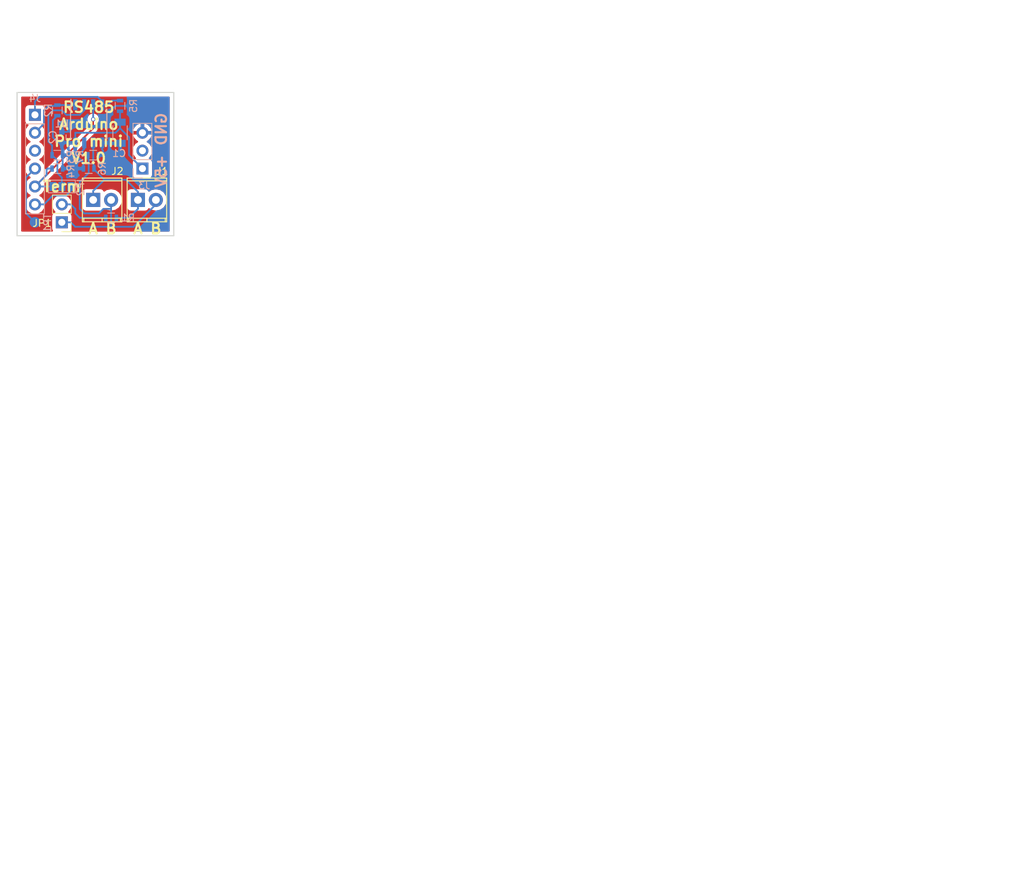
<source format=kicad_pcb>
(kicad_pcb (version 4) (host pcbnew 4.0.6)

  (general
    (links 32)
    (no_connects 0)
    (area 130.734999 84.379999 153.110001 104.850001)
    (thickness 1.6)
    (drawings 18)
    (tracks 156)
    (zones 0)
    (modules 17)
    (nets 14)
  )

  (page A4)
  (layers
    (0 F.Cu signal hide)
    (31 B.Cu signal)
    (32 B.Adhes user)
    (33 F.Adhes user)
    (34 B.Paste user)
    (35 F.Paste user)
    (36 B.SilkS user)
    (37 F.SilkS user)
    (38 B.Mask user)
    (39 F.Mask user)
    (40 Dwgs.User user)
    (41 Cmts.User user)
    (42 Eco1.User user)
    (43 Eco2.User user)
    (44 Edge.Cuts user)
    (45 Margin user)
    (46 B.CrtYd user)
    (47 F.CrtYd user)
    (48 B.Fab user)
    (49 F.Fab user)
  )

  (setup
    (last_trace_width 0.25)
    (trace_clearance 0.2)
    (zone_clearance 0.508)
    (zone_45_only no)
    (trace_min 0.2)
    (segment_width 0.2)
    (edge_width 0.15)
    (via_size 0.6)
    (via_drill 0.4)
    (via_min_size 0.4)
    (via_min_drill 0.3)
    (uvia_size 0.3)
    (uvia_drill 0.1)
    (uvias_allowed no)
    (uvia_min_size 0.2)
    (uvia_min_drill 0.1)
    (pcb_text_width 0.3)
    (pcb_text_size 1.5 1.5)
    (mod_edge_width 0.15)
    (mod_text_size 1 1)
    (mod_text_width 0.15)
    (pad_size 1.524 1.524)
    (pad_drill 0.762)
    (pad_to_mask_clearance 0.2)
    (aux_axis_origin 130.81 104.775)
    (grid_origin 130.81 104.775)
    (visible_elements 7FFFFFFF)
    (pcbplotparams
      (layerselection 0x010fc_80000001)
      (usegerberextensions true)
      (excludeedgelayer true)
      (linewidth 0.100000)
      (plotframeref false)
      (viasonmask false)
      (mode 1)
      (useauxorigin false)
      (hpglpennumber 1)
      (hpglpenspeed 20)
      (hpglpendiameter 15)
      (hpglpenoverlay 2)
      (psnegative false)
      (psa4output false)
      (plotreference true)
      (plotvalue false)
      (plotinvisibletext false)
      (padsonsilk false)
      (subtractmaskfromsilk true)
      (outputformat 1)
      (mirror false)
      (drillshape 0)
      (scaleselection 1)
      (outputdirectory gerber/))
  )

  (net 0 "")
  (net 1 +5V)
  (net 2 GND)
  (net 3 "Net-(J1-Pad2)")
  (net 4 "Net-(J1-Pad1)")
  (net 5 "Net-(J3-Pad2)")
  (net 6 "Net-(J4-Pad1)")
  (net 7 "Net-(J4-Pad2)")
  (net 8 "Net-(JP1-Pad2)")
  (net 9 "Net-(JP2-Pad2)")
  (net 10 "Net-(J4-Pad5)")
  (net 11 "Net-(J4-Pad6)")
  (net 12 "Net-(J4-Pad4)")
  (net 13 "Net-(J4-Pad3)")

  (net_class Default "This is the default net class."
    (clearance 0.2)
    (trace_width 0.25)
    (via_dia 0.6)
    (via_drill 0.4)
    (uvia_dia 0.3)
    (uvia_drill 0.1)
    (add_net +5V)
    (add_net GND)
    (add_net "Net-(J1-Pad1)")
    (add_net "Net-(J1-Pad2)")
    (add_net "Net-(J3-Pad2)")
    (add_net "Net-(J4-Pad1)")
    (add_net "Net-(J4-Pad2)")
    (add_net "Net-(J4-Pad3)")
    (add_net "Net-(J4-Pad4)")
    (add_net "Net-(J4-Pad5)")
    (add_net "Net-(J4-Pad6)")
    (add_net "Net-(JP1-Pad2)")
    (add_net "Net-(JP2-Pad2)")
  )

  (module Pin_Headers:Pin_Header_Straight_1x06_Pitch2.54mm (layer B.Cu) (tedit 59650532) (tstamp 59A2CD2A)
    (at 133.35 87.63 180)
    (descr "Through hole straight pin header, 1x06, 2.54mm pitch, single row")
    (tags "Through hole pin header THT 1x06 2.54mm single row")
    (path /59A2D058)
    (fp_text reference J4 (at 0 2.33 180) (layer B.SilkS)
      (effects (font (size 1 1) (thickness 0.15)) (justify mirror))
    )
    (fp_text value CONN_01X06 (at 0 -15.03 180) (layer B.Fab)
      (effects (font (size 1 1) (thickness 0.15)) (justify mirror))
    )
    (fp_line (start -0.635 1.27) (end 1.27 1.27) (layer B.Fab) (width 0.1))
    (fp_line (start 1.27 1.27) (end 1.27 -13.97) (layer B.Fab) (width 0.1))
    (fp_line (start 1.27 -13.97) (end -1.27 -13.97) (layer B.Fab) (width 0.1))
    (fp_line (start -1.27 -13.97) (end -1.27 0.635) (layer B.Fab) (width 0.1))
    (fp_line (start -1.27 0.635) (end -0.635 1.27) (layer B.Fab) (width 0.1))
    (fp_line (start -1.33 -14.03) (end 1.33 -14.03) (layer B.SilkS) (width 0.12))
    (fp_line (start -1.33 -1.27) (end -1.33 -14.03) (layer B.SilkS) (width 0.12))
    (fp_line (start 1.33 -1.27) (end 1.33 -14.03) (layer B.SilkS) (width 0.12))
    (fp_line (start -1.33 -1.27) (end 1.33 -1.27) (layer B.SilkS) (width 0.12))
    (fp_line (start -1.33 0) (end -1.33 1.33) (layer B.SilkS) (width 0.12))
    (fp_line (start -1.33 1.33) (end 0 1.33) (layer B.SilkS) (width 0.12))
    (fp_line (start -1.8 1.8) (end -1.8 -14.5) (layer B.CrtYd) (width 0.05))
    (fp_line (start -1.8 -14.5) (end 1.8 -14.5) (layer B.CrtYd) (width 0.05))
    (fp_line (start 1.8 -14.5) (end 1.8 1.8) (layer B.CrtYd) (width 0.05))
    (fp_line (start 1.8 1.8) (end -1.8 1.8) (layer B.CrtYd) (width 0.05))
    (fp_text user %R (at 0 -6.35 450) (layer B.Fab)
      (effects (font (size 1 1) (thickness 0.15)) (justify mirror))
    )
    (pad 1 thru_hole rect (at 0 0 180) (size 1.7 1.7) (drill 1) (layers *.Cu *.Mask)
      (net 6 "Net-(J4-Pad1)"))
    (pad 2 thru_hole oval (at 0 -2.54 180) (size 1.7 1.7) (drill 1) (layers *.Cu *.Mask)
      (net 7 "Net-(J4-Pad2)"))
    (pad 3 thru_hole oval (at 0 -5.08 180) (size 1.7 1.7) (drill 1) (layers *.Cu *.Mask)
      (net 13 "Net-(J4-Pad3)"))
    (pad 4 thru_hole oval (at 0 -7.62 180) (size 1.7 1.7) (drill 1) (layers *.Cu *.Mask)
      (net 12 "Net-(J4-Pad4)"))
    (pad 5 thru_hole oval (at 0 -10.16 180) (size 1.7 1.7) (drill 1) (layers *.Cu *.Mask)
      (net 10 "Net-(J4-Pad5)"))
    (pad 6 thru_hole oval (at 0 -12.7 180) (size 1.7 1.7) (drill 1) (layers *.Cu *.Mask)
      (net 11 "Net-(J4-Pad6)"))
    (model ${KISYS3DMOD}/Pin_Headers.3dshapes/Pin_Header_Straight_1x06_Pitch2.54mm.wrl
      (at (xyz 0 0 0))
      (scale (xyz 1 1 1))
      (rotate (xyz 0 0 0))
    )
  )

  (module Connectors_Terminal_Blocks:TerminalBlock_Pheonix_MPT-2.54mm_2pol (layer F.Cu) (tedit 59A2D1B5) (tstamp 59A21886)
    (at 147.955 99.695)
    (descr "2-way 2.54mm pitch terminal block, Phoenix MPT series")
    (path /59A206B1)
    (fp_text reference J1 (at 3.429 -4.064) (layer F.SilkS)
      (effects (font (size 1 1) (thickness 0.15)))
    )
    (fp_text value Screw_Terminal_1x02 (at 1.27 4.50088) (layer F.Fab)
      (effects (font (size 1 1) (thickness 0.15)))
    )
    (fp_line (start -1.7 -3.3) (end 4.3 -3.3) (layer F.CrtYd) (width 0.05))
    (fp_line (start -1.7 3.3) (end -1.7 -3.3) (layer F.CrtYd) (width 0.05))
    (fp_line (start 4.3 3.3) (end -1.7 3.3) (layer F.CrtYd) (width 0.05))
    (fp_line (start 4.3 -3.3) (end 4.3 3.3) (layer F.CrtYd) (width 0.05))
    (fp_line (start 4.06908 2.60096) (end -1.52908 2.60096) (layer F.SilkS) (width 0.15))
    (fp_line (start -1.33096 3.0988) (end -1.33096 2.60096) (layer F.SilkS) (width 0.15))
    (fp_line (start 3.87096 2.60096) (end 3.87096 3.0988) (layer F.SilkS) (width 0.15))
    (fp_line (start 1.27 3.0988) (end 1.27 2.60096) (layer F.SilkS) (width 0.15))
    (fp_line (start -1.52908 -2.70002) (end 4.06908 -2.70002) (layer F.SilkS) (width 0.15))
    (fp_line (start -1.52908 3.0988) (end 4.06908 3.0988) (layer F.SilkS) (width 0.15))
    (fp_line (start 4.06908 3.0988) (end 4.06908 -3.0988) (layer F.SilkS) (width 0.15))
    (fp_line (start 4.06908 -3.0988) (end -1.52908 -3.0988) (layer F.SilkS) (width 0.15))
    (fp_line (start -1.52908 -3.0988) (end -1.52908 3.0988) (layer F.SilkS) (width 0.15))
    (pad 2 thru_hole oval (at 2.54 0) (size 1.99898 1.99898) (drill 1.09728) (layers *.Cu *.Mask)
      (net 3 "Net-(J1-Pad2)"))
    (pad 1 thru_hole rect (at 0 0) (size 1.99898 1.99898) (drill 1.09728) (layers *.Cu *.Mask)
      (net 4 "Net-(J1-Pad1)"))
    (model Terminal_Blocks.3dshapes/TerminalBlock_Pheonix_MPT-2.54mm_2pol.wrl
      (at (xyz 0.05 0 0))
      (scale (xyz 1 1 1))
      (rotate (xyz 0 0 0))
    )
  )

  (module Capacitors_SMD:C_1206 (layer B.Cu) (tedit 59A2D1BC) (tstamp 59A2187A)
    (at 145.415 90.17 270)
    (descr "Capacitor SMD 1206, reflow soldering, AVX (see smccp.pdf)")
    (tags "capacitor 1206")
    (path /59A21DBC)
    (attr smd)
    (fp_text reference C1 (at 2.921 0.127 360) (layer B.SilkS)
      (effects (font (size 1 1) (thickness 0.15)) (justify mirror))
    )
    (fp_text value 10u (at 0 -2 270) (layer B.Fab)
      (effects (font (size 1 1) (thickness 0.15)) (justify mirror))
    )
    (fp_text user %R (at 0 1.75 270) (layer B.Fab)
      (effects (font (size 1 1) (thickness 0.15)) (justify mirror))
    )
    (fp_line (start -1.6 -0.8) (end -1.6 0.8) (layer B.Fab) (width 0.1))
    (fp_line (start 1.6 -0.8) (end -1.6 -0.8) (layer B.Fab) (width 0.1))
    (fp_line (start 1.6 0.8) (end 1.6 -0.8) (layer B.Fab) (width 0.1))
    (fp_line (start -1.6 0.8) (end 1.6 0.8) (layer B.Fab) (width 0.1))
    (fp_line (start 1 1.02) (end -1 1.02) (layer B.SilkS) (width 0.12))
    (fp_line (start -1 -1.02) (end 1 -1.02) (layer B.SilkS) (width 0.12))
    (fp_line (start -2.25 1.05) (end 2.25 1.05) (layer B.CrtYd) (width 0.05))
    (fp_line (start -2.25 1.05) (end -2.25 -1.05) (layer B.CrtYd) (width 0.05))
    (fp_line (start 2.25 -1.05) (end 2.25 1.05) (layer B.CrtYd) (width 0.05))
    (fp_line (start 2.25 -1.05) (end -2.25 -1.05) (layer B.CrtYd) (width 0.05))
    (pad 1 smd rect (at -1.5 0 270) (size 1 1.6) (layers B.Cu B.Paste B.Mask)
      (net 1 +5V))
    (pad 2 smd rect (at 1.5 0 270) (size 1 1.6) (layers B.Cu B.Paste B.Mask)
      (net 2 GND))
    (model Capacitors_SMD.3dshapes/C_1206.wrl
      (at (xyz 0 0 0))
      (scale (xyz 1 1 1))
      (rotate (xyz 0 0 0))
    )
  )

  (module Capacitors_SMD:C_0603 (layer B.Cu) (tedit 59A2BE38) (tstamp 59A21880)
    (at 137.16 90.805 90)
    (descr "Capacitor SMD 0603, reflow soldering, AVX (see smccp.pdf)")
    (tags "capacitor 0603")
    (path /59A21F55)
    (attr smd)
    (fp_text reference C2 (at 0 -1.27 90) (layer B.SilkS)
      (effects (font (size 1 1) (thickness 0.15)) (justify mirror))
    )
    (fp_text value 100n (at 0 -1.5 90) (layer B.Fab)
      (effects (font (size 1 1) (thickness 0.15)) (justify mirror))
    )
    (fp_line (start 1.4 -0.65) (end -1.4 -0.65) (layer B.CrtYd) (width 0.05))
    (fp_line (start 1.4 -0.65) (end 1.4 0.65) (layer B.CrtYd) (width 0.05))
    (fp_line (start -1.4 0.65) (end -1.4 -0.65) (layer B.CrtYd) (width 0.05))
    (fp_line (start -1.4 0.65) (end 1.4 0.65) (layer B.CrtYd) (width 0.05))
    (fp_line (start 0.35 -0.6) (end -0.35 -0.6) (layer B.SilkS) (width 0.12))
    (fp_line (start -0.35 0.6) (end 0.35 0.6) (layer B.SilkS) (width 0.12))
    (fp_line (start -0.8 0.4) (end 0.8 0.4) (layer B.Fab) (width 0.1))
    (fp_line (start 0.8 0.4) (end 0.8 -0.4) (layer B.Fab) (width 0.1))
    (fp_line (start 0.8 -0.4) (end -0.8 -0.4) (layer B.Fab) (width 0.1))
    (fp_line (start -0.8 -0.4) (end -0.8 0.4) (layer B.Fab) (width 0.1))
    (fp_text user %R (at 0 0 90) (layer B.Fab)
      (effects (font (size 0.3 0.3) (thickness 0.075)) (justify mirror))
    )
    (pad 2 smd rect (at 0.75 0 90) (size 0.8 0.75) (layers B.Cu B.Paste B.Mask)
      (net 2 GND))
    (pad 1 smd rect (at -0.75 0 90) (size 0.8 0.75) (layers B.Cu B.Paste B.Mask)
      (net 1 +5V))
    (model Capacitors_SMD.3dshapes/C_0603.wrl
      (at (xyz 0 0 0))
      (scale (xyz 1 1 1))
      (rotate (xyz 0 0 0))
    )
  )

  (module Connectors_Terminal_Blocks:TerminalBlock_Pheonix_MPT-2.54mm_2pol (layer F.Cu) (tedit 59A2D1B7) (tstamp 59A2188C)
    (at 141.605 99.695)
    (descr "2-way 2.54mm pitch terminal block, Phoenix MPT series")
    (path /59A206E0)
    (fp_text reference J2 (at 3.429 -4.064) (layer F.SilkS)
      (effects (font (size 1 1) (thickness 0.15)))
    )
    (fp_text value Screw_Terminal_1x02 (at 1.27 4.50088) (layer F.Fab)
      (effects (font (size 1 1) (thickness 0.15)))
    )
    (fp_line (start -1.7 -3.3) (end 4.3 -3.3) (layer F.CrtYd) (width 0.05))
    (fp_line (start -1.7 3.3) (end -1.7 -3.3) (layer F.CrtYd) (width 0.05))
    (fp_line (start 4.3 3.3) (end -1.7 3.3) (layer F.CrtYd) (width 0.05))
    (fp_line (start 4.3 -3.3) (end 4.3 3.3) (layer F.CrtYd) (width 0.05))
    (fp_line (start 4.06908 2.60096) (end -1.52908 2.60096) (layer F.SilkS) (width 0.15))
    (fp_line (start -1.33096 3.0988) (end -1.33096 2.60096) (layer F.SilkS) (width 0.15))
    (fp_line (start 3.87096 2.60096) (end 3.87096 3.0988) (layer F.SilkS) (width 0.15))
    (fp_line (start 1.27 3.0988) (end 1.27 2.60096) (layer F.SilkS) (width 0.15))
    (fp_line (start -1.52908 -2.70002) (end 4.06908 -2.70002) (layer F.SilkS) (width 0.15))
    (fp_line (start -1.52908 3.0988) (end 4.06908 3.0988) (layer F.SilkS) (width 0.15))
    (fp_line (start 4.06908 3.0988) (end 4.06908 -3.0988) (layer F.SilkS) (width 0.15))
    (fp_line (start 4.06908 -3.0988) (end -1.52908 -3.0988) (layer F.SilkS) (width 0.15))
    (fp_line (start -1.52908 -3.0988) (end -1.52908 3.0988) (layer F.SilkS) (width 0.15))
    (pad 2 thru_hole oval (at 2.54 0) (size 1.99898 1.99898) (drill 1.09728) (layers *.Cu *.Mask)
      (net 3 "Net-(J1-Pad2)"))
    (pad 1 thru_hole rect (at 0 0) (size 1.99898 1.99898) (drill 1.09728) (layers *.Cu *.Mask)
      (net 4 "Net-(J1-Pad1)"))
    (model Terminal_Blocks.3dshapes/TerminalBlock_Pheonix_MPT-2.54mm_2pol.wrl
      (at (xyz 0.05 0 0))
      (scale (xyz 1 1 1))
      (rotate (xyz 0 0 0))
    )
  )

  (module Pin_Headers:Pin_Header_Straight_1x03_Pitch2.54mm (layer B.Cu) (tedit 59A2D1C9) (tstamp 59A21893)
    (at 148.59 95.25)
    (descr "Through hole straight pin header, 1x03, 2.54mm pitch, single row")
    (tags "Through hole pin header THT 1x03 2.54mm single row")
    (path /59A224DF)
    (fp_text reference J3 (at 0.254 2.413) (layer B.SilkS)
      (effects (font (size 1 1) (thickness 0.15)) (justify mirror))
    )
    (fp_text value CONN_01X03 (at 0 -7.41) (layer B.Fab)
      (effects (font (size 1 1) (thickness 0.15)) (justify mirror))
    )
    (fp_line (start -0.635 1.27) (end 1.27 1.27) (layer B.Fab) (width 0.1))
    (fp_line (start 1.27 1.27) (end 1.27 -6.35) (layer B.Fab) (width 0.1))
    (fp_line (start 1.27 -6.35) (end -1.27 -6.35) (layer B.Fab) (width 0.1))
    (fp_line (start -1.27 -6.35) (end -1.27 0.635) (layer B.Fab) (width 0.1))
    (fp_line (start -1.27 0.635) (end -0.635 1.27) (layer B.Fab) (width 0.1))
    (fp_line (start -1.33 -6.41) (end 1.33 -6.41) (layer B.SilkS) (width 0.12))
    (fp_line (start -1.33 -1.27) (end -1.33 -6.41) (layer B.SilkS) (width 0.12))
    (fp_line (start 1.33 -1.27) (end 1.33 -6.41) (layer B.SilkS) (width 0.12))
    (fp_line (start -1.33 -1.27) (end 1.33 -1.27) (layer B.SilkS) (width 0.12))
    (fp_line (start -1.33 0) (end -1.33 1.33) (layer B.SilkS) (width 0.12))
    (fp_line (start -1.33 1.33) (end 0 1.33) (layer B.SilkS) (width 0.12))
    (fp_line (start -1.8 1.8) (end -1.8 -6.85) (layer B.CrtYd) (width 0.05))
    (fp_line (start -1.8 -6.85) (end 1.8 -6.85) (layer B.CrtYd) (width 0.05))
    (fp_line (start 1.8 -6.85) (end 1.8 1.8) (layer B.CrtYd) (width 0.05))
    (fp_line (start 1.8 1.8) (end -1.8 1.8) (layer B.CrtYd) (width 0.05))
    (fp_text user %R (at 0 -2.54 270) (layer B.Fab)
      (effects (font (size 1 1) (thickness 0.15)) (justify mirror))
    )
    (pad 1 thru_hole rect (at 0 0) (size 1.7 1.7) (drill 1) (layers *.Cu *.Mask)
      (net 1 +5V))
    (pad 2 thru_hole oval (at 0 -2.54) (size 1.7 1.7) (drill 1) (layers *.Cu *.Mask)
      (net 5 "Net-(J3-Pad2)"))
    (pad 3 thru_hole oval (at 0 -5.08) (size 1.7 1.7) (drill 1) (layers *.Cu *.Mask)
      (net 2 GND))
    (model ${KISYS3DMOD}/Pin_Headers.3dshapes/Pin_Header_Straight_1x03_Pitch2.54mm.wrl
      (at (xyz 0 0 0))
      (scale (xyz 1 1 1))
      (rotate (xyz 0 0 0))
    )
  )

  (module Pin_Headers:Pin_Header_Straight_1x02_Pitch2.54mm (layer F.Cu) (tedit 59A2D541) (tstamp 59A218A4)
    (at 137.16 102.87 180)
    (descr "Through hole straight pin header, 1x02, 2.54mm pitch, single row")
    (tags "Through hole pin header THT 1x02 2.54mm single row")
    (path /59A20713)
    (fp_text reference JP1 (at 2.794 -0.127 180) (layer F.SilkS)
      (effects (font (size 1 1) (thickness 0.15)))
    )
    (fp_text value Jumper (at 0 4.87 180) (layer F.Fab)
      (effects (font (size 1 1) (thickness 0.15)))
    )
    (fp_line (start -0.635 -1.27) (end 1.27 -1.27) (layer F.Fab) (width 0.1))
    (fp_line (start 1.27 -1.27) (end 1.27 3.81) (layer F.Fab) (width 0.1))
    (fp_line (start 1.27 3.81) (end -1.27 3.81) (layer F.Fab) (width 0.1))
    (fp_line (start -1.27 3.81) (end -1.27 -0.635) (layer F.Fab) (width 0.1))
    (fp_line (start -1.27 -0.635) (end -0.635 -1.27) (layer F.Fab) (width 0.1))
    (fp_line (start -1.33 3.87) (end 1.33 3.87) (layer F.SilkS) (width 0.12))
    (fp_line (start -1.33 1.27) (end -1.33 3.87) (layer F.SilkS) (width 0.12))
    (fp_line (start 1.33 1.27) (end 1.33 3.87) (layer F.SilkS) (width 0.12))
    (fp_line (start -1.33 1.27) (end 1.33 1.27) (layer F.SilkS) (width 0.12))
    (fp_line (start -1.33 0) (end -1.33 -1.33) (layer F.SilkS) (width 0.12))
    (fp_line (start -1.33 -1.33) (end 0 -1.33) (layer F.SilkS) (width 0.12))
    (fp_line (start -1.8 -1.8) (end -1.8 4.35) (layer F.CrtYd) (width 0.05))
    (fp_line (start -1.8 4.35) (end 1.8 4.35) (layer F.CrtYd) (width 0.05))
    (fp_line (start 1.8 4.35) (end 1.8 -1.8) (layer F.CrtYd) (width 0.05))
    (fp_line (start 1.8 -1.8) (end -1.8 -1.8) (layer F.CrtYd) (width 0.05))
    (fp_text user %R (at 0 1.27 270) (layer F.Fab)
      (effects (font (size 1 1) (thickness 0.15)))
    )
    (pad 1 thru_hole rect (at 0 0 180) (size 1.7 1.7) (drill 1) (layers *.Cu *.Mask)
      (net 3 "Net-(J1-Pad2)"))
    (pad 2 thru_hole oval (at 0 2.54 180) (size 1.7 1.7) (drill 1) (layers *.Cu *.Mask)
      (net 8 "Net-(JP1-Pad2)"))
    (model ${KISYS3DMOD}/Pin_Headers.3dshapes/Pin_Header_Straight_1x02_Pitch2.54mm.wrl
      (at (xyz 0 0 0))
      (scale (xyz 1 1 1))
      (rotate (xyz 0 0 0))
    )
  )

  (module Resistors_SMD:R_0603 (layer B.Cu) (tedit 59A2F25B) (tstamp 59A218AA)
    (at 144.145 102.235 180)
    (descr "Resistor SMD 0603, reflow soldering, Vishay (see dcrcw.pdf)")
    (tags "resistor 0603")
    (path /59A207B4)
    (attr smd)
    (fp_text reference R1 (at -2.413 0 180) (layer B.SilkS)
      (effects (font (size 1 1) (thickness 0.15)) (justify mirror))
    )
    (fp_text value 120R (at 0 -1.5 180) (layer B.Fab)
      (effects (font (size 1 1) (thickness 0.15)) (justify mirror))
    )
    (fp_text user %R (at 0 0 180) (layer B.Fab)
      (effects (font (size 0.4 0.4) (thickness 0.075)) (justify mirror))
    )
    (fp_line (start -0.8 -0.4) (end -0.8 0.4) (layer B.Fab) (width 0.1))
    (fp_line (start 0.8 -0.4) (end -0.8 -0.4) (layer B.Fab) (width 0.1))
    (fp_line (start 0.8 0.4) (end 0.8 -0.4) (layer B.Fab) (width 0.1))
    (fp_line (start -0.8 0.4) (end 0.8 0.4) (layer B.Fab) (width 0.1))
    (fp_line (start 0.5 -0.68) (end -0.5 -0.68) (layer B.SilkS) (width 0.12))
    (fp_line (start -0.5 0.68) (end 0.5 0.68) (layer B.SilkS) (width 0.12))
    (fp_line (start -1.25 0.7) (end 1.25 0.7) (layer B.CrtYd) (width 0.05))
    (fp_line (start -1.25 0.7) (end -1.25 -0.7) (layer B.CrtYd) (width 0.05))
    (fp_line (start 1.25 -0.7) (end 1.25 0.7) (layer B.CrtYd) (width 0.05))
    (fp_line (start 1.25 -0.7) (end -1.25 -0.7) (layer B.CrtYd) (width 0.05))
    (pad 1 smd rect (at -0.75 0 180) (size 0.5 0.9) (layers B.Cu B.Paste B.Mask)
      (net 4 "Net-(J1-Pad1)"))
    (pad 2 smd rect (at 0.75 0 180) (size 0.5 0.9) (layers B.Cu B.Paste B.Mask)
      (net 8 "Net-(JP1-Pad2)"))
    (model ${KISYS3DMOD}/Resistors_SMD.3dshapes/R_0603.wrl
      (at (xyz 0 0 0))
      (scale (xyz 1 1 1))
      (rotate (xyz 0 0 0))
    )
  )

  (module Resistors_SMD:R_0603 (layer B.Cu) (tedit 59A2DEEF) (tstamp 59A218B0)
    (at 136.525 86.995 270)
    (descr "Resistor SMD 0603, reflow soldering, Vishay (see dcrcw.pdf)")
    (tags "resistor 0603")
    (path /59A20C06)
    (attr smd)
    (fp_text reference R2 (at 0 1.27 450) (layer B.SilkS)
      (effects (font (size 1 1) (thickness 0.15)) (justify mirror))
    )
    (fp_text value 10k0 (at 0 -1.5 270) (layer B.Fab)
      (effects (font (size 1 1) (thickness 0.15)) (justify mirror))
    )
    (fp_text user %R (at 0 0 270) (layer B.Fab)
      (effects (font (size 0.4 0.4) (thickness 0.075)) (justify mirror))
    )
    (fp_line (start -0.8 -0.4) (end -0.8 0.4) (layer B.Fab) (width 0.1))
    (fp_line (start 0.8 -0.4) (end -0.8 -0.4) (layer B.Fab) (width 0.1))
    (fp_line (start 0.8 0.4) (end 0.8 -0.4) (layer B.Fab) (width 0.1))
    (fp_line (start -0.8 0.4) (end 0.8 0.4) (layer B.Fab) (width 0.1))
    (fp_line (start 0.5 -0.68) (end -0.5 -0.68) (layer B.SilkS) (width 0.12))
    (fp_line (start -0.5 0.68) (end 0.5 0.68) (layer B.SilkS) (width 0.12))
    (fp_line (start -1.25 0.7) (end 1.25 0.7) (layer B.CrtYd) (width 0.05))
    (fp_line (start -1.25 0.7) (end -1.25 -0.7) (layer B.CrtYd) (width 0.05))
    (fp_line (start 1.25 -0.7) (end 1.25 0.7) (layer B.CrtYd) (width 0.05))
    (fp_line (start 1.25 -0.7) (end -1.25 -0.7) (layer B.CrtYd) (width 0.05))
    (pad 1 smd rect (at -0.75 0 270) (size 0.5 0.9) (layers B.Cu B.Paste B.Mask)
      (net 7 "Net-(J4-Pad2)"))
    (pad 2 smd rect (at 0.75 0 270) (size 0.5 0.9) (layers B.Cu B.Paste B.Mask)
      (net 1 +5V))
    (model ${KISYS3DMOD}/Resistors_SMD.3dshapes/R_0603.wrl
      (at (xyz 0 0 0))
      (scale (xyz 1 1 1))
      (rotate (xyz 0 0 0))
    )
  )

  (module Resistors_SMD:R_0603 (layer B.Cu) (tedit 59A2D1A1) (tstamp 59A218B6)
    (at 136.525 93.345)
    (descr "Resistor SMD 0603, reflow soldering, Vishay (see dcrcw.pdf)")
    (tags "resistor 0603")
    (path /59A20CF7)
    (attr smd)
    (fp_text reference R3 (at 1.905 0.254 90) (layer B.SilkS)
      (effects (font (size 1 1) (thickness 0.15)) (justify mirror))
    )
    (fp_text value 10k0 (at 0 -1.5) (layer B.Fab)
      (effects (font (size 1 1) (thickness 0.15)) (justify mirror))
    )
    (fp_text user %R (at 0 0) (layer B.Fab)
      (effects (font (size 0.4 0.4) (thickness 0.075)) (justify mirror))
    )
    (fp_line (start -0.8 -0.4) (end -0.8 0.4) (layer B.Fab) (width 0.1))
    (fp_line (start 0.8 -0.4) (end -0.8 -0.4) (layer B.Fab) (width 0.1))
    (fp_line (start 0.8 0.4) (end 0.8 -0.4) (layer B.Fab) (width 0.1))
    (fp_line (start -0.8 0.4) (end 0.8 0.4) (layer B.Fab) (width 0.1))
    (fp_line (start 0.5 -0.68) (end -0.5 -0.68) (layer B.SilkS) (width 0.12))
    (fp_line (start -0.5 0.68) (end 0.5 0.68) (layer B.SilkS) (width 0.12))
    (fp_line (start -1.25 0.7) (end 1.25 0.7) (layer B.CrtYd) (width 0.05))
    (fp_line (start -1.25 0.7) (end -1.25 -0.7) (layer B.CrtYd) (width 0.05))
    (fp_line (start 1.25 -0.7) (end 1.25 0.7) (layer B.CrtYd) (width 0.05))
    (fp_line (start 1.25 -0.7) (end -1.25 -0.7) (layer B.CrtYd) (width 0.05))
    (pad 1 smd rect (at -0.75 0) (size 0.5 0.9) (layers B.Cu B.Paste B.Mask)
      (net 9 "Net-(JP2-Pad2)"))
    (pad 2 smd rect (at 0.75 0) (size 0.5 0.9) (layers B.Cu B.Paste B.Mask)
      (net 1 +5V))
    (model ${KISYS3DMOD}/Resistors_SMD.3dshapes/R_0603.wrl
      (at (xyz 0 0 0))
      (scale (xyz 1 1 1))
      (rotate (xyz 0 0 0))
    )
  )

  (module Resistors_SMD:R_0603 (layer B.Cu) (tedit 59A2D1A5) (tstamp 59A218BC)
    (at 136.525 95.25)
    (descr "Resistor SMD 0603, reflow soldering, Vishay (see dcrcw.pdf)")
    (tags "resistor 0603")
    (path /59A20D4E)
    (attr smd)
    (fp_text reference R4 (at 1.905 0.381 90) (layer B.SilkS)
      (effects (font (size 1 1) (thickness 0.15)) (justify mirror))
    )
    (fp_text value 10k0 (at 0 -1.5) (layer B.Fab)
      (effects (font (size 1 1) (thickness 0.15)) (justify mirror))
    )
    (fp_text user %R (at 0 0) (layer B.Fab)
      (effects (font (size 0.4 0.4) (thickness 0.075)) (justify mirror))
    )
    (fp_line (start -0.8 -0.4) (end -0.8 0.4) (layer B.Fab) (width 0.1))
    (fp_line (start 0.8 -0.4) (end -0.8 -0.4) (layer B.Fab) (width 0.1))
    (fp_line (start 0.8 0.4) (end 0.8 -0.4) (layer B.Fab) (width 0.1))
    (fp_line (start -0.8 0.4) (end 0.8 0.4) (layer B.Fab) (width 0.1))
    (fp_line (start 0.5 -0.68) (end -0.5 -0.68) (layer B.SilkS) (width 0.12))
    (fp_line (start -0.5 0.68) (end 0.5 0.68) (layer B.SilkS) (width 0.12))
    (fp_line (start -1.25 0.7) (end 1.25 0.7) (layer B.CrtYd) (width 0.05))
    (fp_line (start -1.25 0.7) (end -1.25 -0.7) (layer B.CrtYd) (width 0.05))
    (fp_line (start 1.25 -0.7) (end 1.25 0.7) (layer B.CrtYd) (width 0.05))
    (fp_line (start 1.25 -0.7) (end -1.25 -0.7) (layer B.CrtYd) (width 0.05))
    (pad 1 smd rect (at -0.75 0) (size 0.5 0.9) (layers B.Cu B.Paste B.Mask)
      (net 10 "Net-(J4-Pad5)"))
    (pad 2 smd rect (at 0.75 0) (size 0.5 0.9) (layers B.Cu B.Paste B.Mask)
      (net 1 +5V))
    (model ${KISYS3DMOD}/Resistors_SMD.3dshapes/R_0603.wrl
      (at (xyz 0 0 0))
      (scale (xyz 1 1 1))
      (rotate (xyz 0 0 0))
    )
  )

  (module Resistors_SMD:R_0603 (layer B.Cu) (tedit 59A2DF0C) (tstamp 59A218C2)
    (at 145.415 86.36 270)
    (descr "Resistor SMD 0603, reflow soldering, Vishay (see dcrcw.pdf)")
    (tags "resistor 0603")
    (path /59A20D54)
    (attr smd)
    (fp_text reference R5 (at 0 -1.905 450) (layer B.SilkS)
      (effects (font (size 1 1) (thickness 0.15)) (justify mirror))
    )
    (fp_text value 10k0 (at 0 -1.5 270) (layer B.Fab)
      (effects (font (size 1 1) (thickness 0.15)) (justify mirror))
    )
    (fp_text user %R (at 0 0 270) (layer B.Fab)
      (effects (font (size 0.4 0.4) (thickness 0.075)) (justify mirror))
    )
    (fp_line (start -0.8 -0.4) (end -0.8 0.4) (layer B.Fab) (width 0.1))
    (fp_line (start 0.8 -0.4) (end -0.8 -0.4) (layer B.Fab) (width 0.1))
    (fp_line (start 0.8 0.4) (end 0.8 -0.4) (layer B.Fab) (width 0.1))
    (fp_line (start -0.8 0.4) (end 0.8 0.4) (layer B.Fab) (width 0.1))
    (fp_line (start 0.5 -0.68) (end -0.5 -0.68) (layer B.SilkS) (width 0.12))
    (fp_line (start -0.5 0.68) (end 0.5 0.68) (layer B.SilkS) (width 0.12))
    (fp_line (start -1.25 0.7) (end 1.25 0.7) (layer B.CrtYd) (width 0.05))
    (fp_line (start -1.25 0.7) (end -1.25 -0.7) (layer B.CrtYd) (width 0.05))
    (fp_line (start 1.25 -0.7) (end 1.25 0.7) (layer B.CrtYd) (width 0.05))
    (fp_line (start 1.25 -0.7) (end -1.25 -0.7) (layer B.CrtYd) (width 0.05))
    (pad 1 smd rect (at -0.75 0 270) (size 0.5 0.9) (layers B.Cu B.Paste B.Mask)
      (net 6 "Net-(J4-Pad1)"))
    (pad 2 smd rect (at 0.75 0 270) (size 0.5 0.9) (layers B.Cu B.Paste B.Mask)
      (net 1 +5V))
    (model ${KISYS3DMOD}/Resistors_SMD.3dshapes/R_0603.wrl
      (at (xyz 0 0 0))
      (scale (xyz 1 1 1))
      (rotate (xyz 0 0 0))
    )
  )

  (module Resistors_SMD:R_0603 (layer B.Cu) (tedit 59A2D76D) (tstamp 59A218C8)
    (at 140.97 95.25)
    (descr "Resistor SMD 0603, reflow soldering, Vishay (see dcrcw.pdf)")
    (tags "resistor 0603")
    (path /59A214C6)
    (attr smd)
    (fp_text reference R6 (at 1.905 0 90) (layer B.SilkS)
      (effects (font (size 1 1) (thickness 0.15)) (justify mirror))
    )
    (fp_text value 20k (at 0 -1.5) (layer B.Fab)
      (effects (font (size 1 1) (thickness 0.15)) (justify mirror))
    )
    (fp_text user %R (at 0 0) (layer B.Fab)
      (effects (font (size 0.4 0.4) (thickness 0.075)) (justify mirror))
    )
    (fp_line (start -0.8 -0.4) (end -0.8 0.4) (layer B.Fab) (width 0.1))
    (fp_line (start 0.8 -0.4) (end -0.8 -0.4) (layer B.Fab) (width 0.1))
    (fp_line (start 0.8 0.4) (end 0.8 -0.4) (layer B.Fab) (width 0.1))
    (fp_line (start -0.8 0.4) (end 0.8 0.4) (layer B.Fab) (width 0.1))
    (fp_line (start 0.5 -0.68) (end -0.5 -0.68) (layer B.SilkS) (width 0.12))
    (fp_line (start -0.5 0.68) (end 0.5 0.68) (layer B.SilkS) (width 0.12))
    (fp_line (start -1.25 0.7) (end 1.25 0.7) (layer B.CrtYd) (width 0.05))
    (fp_line (start -1.25 0.7) (end -1.25 -0.7) (layer B.CrtYd) (width 0.05))
    (fp_line (start 1.25 -0.7) (end 1.25 0.7) (layer B.CrtYd) (width 0.05))
    (fp_line (start 1.25 -0.7) (end -1.25 -0.7) (layer B.CrtYd) (width 0.05))
    (pad 1 smd rect (at -0.75 0) (size 0.5 0.9) (layers B.Cu B.Paste B.Mask)
      (net 1 +5V))
    (pad 2 smd rect (at 0.75 0) (size 0.5 0.9) (layers B.Cu B.Paste B.Mask)
      (net 4 "Net-(J1-Pad1)"))
    (model ${KISYS3DMOD}/Resistors_SMD.3dshapes/R_0603.wrl
      (at (xyz 0 0 0))
      (scale (xyz 1 1 1))
      (rotate (xyz 0 0 0))
    )
  )

  (module Resistors_SMD:R_0603 (layer B.Cu) (tedit 59A2D19B) (tstamp 59A218CE)
    (at 141.605 93.345)
    (descr "Resistor SMD 0603, reflow soldering, Vishay (see dcrcw.pdf)")
    (tags "resistor 0603")
    (path /59A21585)
    (attr smd)
    (fp_text reference R7 (at -1.905 0.254 90) (layer B.SilkS)
      (effects (font (size 1 1) (thickness 0.15)) (justify mirror))
    )
    (fp_text value 20k (at 0 -1.5) (layer B.Fab)
      (effects (font (size 1 1) (thickness 0.15)) (justify mirror))
    )
    (fp_text user %R (at 0 0) (layer B.Fab)
      (effects (font (size 0.4 0.4) (thickness 0.075)) (justify mirror))
    )
    (fp_line (start -0.8 -0.4) (end -0.8 0.4) (layer B.Fab) (width 0.1))
    (fp_line (start 0.8 -0.4) (end -0.8 -0.4) (layer B.Fab) (width 0.1))
    (fp_line (start 0.8 0.4) (end 0.8 -0.4) (layer B.Fab) (width 0.1))
    (fp_line (start -0.8 0.4) (end 0.8 0.4) (layer B.Fab) (width 0.1))
    (fp_line (start 0.5 -0.68) (end -0.5 -0.68) (layer B.SilkS) (width 0.12))
    (fp_line (start -0.5 0.68) (end 0.5 0.68) (layer B.SilkS) (width 0.12))
    (fp_line (start -1.25 0.7) (end 1.25 0.7) (layer B.CrtYd) (width 0.05))
    (fp_line (start -1.25 0.7) (end -1.25 -0.7) (layer B.CrtYd) (width 0.05))
    (fp_line (start 1.25 -0.7) (end 1.25 0.7) (layer B.CrtYd) (width 0.05))
    (fp_line (start 1.25 -0.7) (end -1.25 -0.7) (layer B.CrtYd) (width 0.05))
    (pad 1 smd rect (at -0.75 0) (size 0.5 0.9) (layers B.Cu B.Paste B.Mask)
      (net 3 "Net-(J1-Pad2)"))
    (pad 2 smd rect (at 0.75 0) (size 0.5 0.9) (layers B.Cu B.Paste B.Mask)
      (net 2 GND))
    (model ${KISYS3DMOD}/Resistors_SMD.3dshapes/R_0603.wrl
      (at (xyz 0 0 0))
      (scale (xyz 1 1 1))
      (rotate (xyz 0 0 0))
    )
  )

  (module Housings_SOIC:SOIC-8_3.9x4.9mm_Pitch1.27mm (layer B.Cu) (tedit 59A2DF03) (tstamp 59A218DA)
    (at 140.97 88.9 270)
    (descr "8-Lead Plastic Small Outline (SN) - Narrow, 3.90 mm Body [SOIC] (see Microchip Packaging Specification 00000049BS.pdf)")
    (tags "SOIC 1.27")
    (path /59A20600)
    (attr smd)
    (fp_text reference U1 (at 0 3.81 360) (layer B.SilkS)
      (effects (font (size 1 1) (thickness 0.15)) (justify mirror))
    )
    (fp_text value MAX485E (at 0 -3.5 270) (layer B.Fab)
      (effects (font (size 1 1) (thickness 0.15)) (justify mirror))
    )
    (fp_text user %R (at 0 0 270) (layer B.Fab)
      (effects (font (size 1 1) (thickness 0.15)) (justify mirror))
    )
    (fp_line (start -0.95 2.45) (end 1.95 2.45) (layer B.Fab) (width 0.1))
    (fp_line (start 1.95 2.45) (end 1.95 -2.45) (layer B.Fab) (width 0.1))
    (fp_line (start 1.95 -2.45) (end -1.95 -2.45) (layer B.Fab) (width 0.1))
    (fp_line (start -1.95 -2.45) (end -1.95 1.45) (layer B.Fab) (width 0.1))
    (fp_line (start -1.95 1.45) (end -0.95 2.45) (layer B.Fab) (width 0.1))
    (fp_line (start -3.73 2.7) (end -3.73 -2.7) (layer B.CrtYd) (width 0.05))
    (fp_line (start 3.73 2.7) (end 3.73 -2.7) (layer B.CrtYd) (width 0.05))
    (fp_line (start -3.73 2.7) (end 3.73 2.7) (layer B.CrtYd) (width 0.05))
    (fp_line (start -3.73 -2.7) (end 3.73 -2.7) (layer B.CrtYd) (width 0.05))
    (fp_line (start -2.075 2.575) (end -2.075 2.525) (layer B.SilkS) (width 0.15))
    (fp_line (start 2.075 2.575) (end 2.075 2.43) (layer B.SilkS) (width 0.15))
    (fp_line (start 2.075 -2.575) (end 2.075 -2.43) (layer B.SilkS) (width 0.15))
    (fp_line (start -2.075 -2.575) (end -2.075 -2.43) (layer B.SilkS) (width 0.15))
    (fp_line (start -2.075 2.575) (end 2.075 2.575) (layer B.SilkS) (width 0.15))
    (fp_line (start -2.075 -2.575) (end 2.075 -2.575) (layer B.SilkS) (width 0.15))
    (fp_line (start -2.075 2.525) (end -3.475 2.525) (layer B.SilkS) (width 0.15))
    (pad 1 smd rect (at -2.7 1.905 270) (size 1.55 0.6) (layers B.Cu B.Paste B.Mask)
      (net 7 "Net-(J4-Pad2)"))
    (pad 2 smd rect (at -2.7 0.635 270) (size 1.55 0.6) (layers B.Cu B.Paste B.Mask)
      (net 9 "Net-(JP2-Pad2)"))
    (pad 3 smd rect (at -2.7 -0.635 270) (size 1.55 0.6) (layers B.Cu B.Paste B.Mask)
      (net 10 "Net-(J4-Pad5)"))
    (pad 4 smd rect (at -2.7 -1.905 270) (size 1.55 0.6) (layers B.Cu B.Paste B.Mask)
      (net 6 "Net-(J4-Pad1)"))
    (pad 5 smd rect (at 2.7 -1.905 270) (size 1.55 0.6) (layers B.Cu B.Paste B.Mask)
      (net 2 GND))
    (pad 6 smd rect (at 2.7 -0.635 270) (size 1.55 0.6) (layers B.Cu B.Paste B.Mask)
      (net 4 "Net-(J1-Pad1)"))
    (pad 7 smd rect (at 2.7 0.635 270) (size 1.55 0.6) (layers B.Cu B.Paste B.Mask)
      (net 3 "Net-(J1-Pad2)"))
    (pad 8 smd rect (at 2.7 1.905 270) (size 1.55 0.6) (layers B.Cu B.Paste B.Mask)
      (net 1 +5V))
    (model ${KISYS3DMOD}/Housings_SOIC.3dshapes/SOIC-8_3.9x4.9mm_Pitch1.27mm.wrl
      (at (xyz 0 0 0))
      (scale (xyz 1 1 1))
      (rotate (xyz 0 0 0))
    )
  )

  (module Connectors:GS3 (layer B.Cu) (tedit 59A2D7A2) (tstamp 59A2A159)
    (at 137.16 97.79 270)
    (descr "3-pin solder bridge")
    (tags "solder bridge")
    (path /59A29FE4)
    (attr smd)
    (fp_text reference JP2 (at 0 -2.667 270) (layer B.SilkS)
      (effects (font (size 1 1) (thickness 0.15)) (justify mirror))
    )
    (fp_text value Jumper_NC_Dual (at 1.8 0 540) (layer B.Fab)
      (effects (font (size 1 1) (thickness 0.15)) (justify mirror))
    )
    (fp_line (start -1.15 2.15) (end 1.15 2.15) (layer B.CrtYd) (width 0.05))
    (fp_line (start 1.15 2.15) (end 1.15 -2.15) (layer B.CrtYd) (width 0.05))
    (fp_line (start 1.15 -2.15) (end -1.15 -2.15) (layer B.CrtYd) (width 0.05))
    (fp_line (start -1.15 -2.15) (end -1.15 2.15) (layer B.CrtYd) (width 0.05))
    (fp_line (start -0.89 1.91) (end -0.89 -1.91) (layer B.SilkS) (width 0.12))
    (fp_line (start -0.89 -1.91) (end 0.89 -1.91) (layer B.SilkS) (width 0.12))
    (fp_line (start 0.89 -1.91) (end 0.89 1.91) (layer B.SilkS) (width 0.12))
    (fp_line (start -0.89 1.91) (end 0.89 1.91) (layer B.SilkS) (width 0.12))
    (pad 1 smd rect (at 0 1.27 270) (size 1.27 0.97) (layers B.Cu B.Paste B.Mask)
      (net 10 "Net-(J4-Pad5)"))
    (pad 2 smd rect (at 0 0 270) (size 1.27 0.97) (layers B.Cu B.Paste B.Mask)
      (net 9 "Net-(JP2-Pad2)"))
    (pad 3 smd rect (at 0 -1.27 270) (size 1.27 0.97) (layers B.Cu B.Paste B.Mask)
      (net 11 "Net-(J4-Pad6)"))
  )

  (module Measurement_Points:Measurement_Point_Round-SMD-Pad_Small (layer B.Cu) (tedit 59A2D1ED) (tstamp 59A2D01C)
    (at 133.35 102.87)
    (descr "Mesurement Point, Round, SMD Pad, DM 1.5mm,")
    (tags "Mesurement Point Round SMD Pad 1.5mm")
    (path /59A2D656)
    (attr virtual)
    (fp_text reference TP1 (at 1.778 0.127 90) (layer B.SilkS)
      (effects (font (size 1 1) (thickness 0.15)) (justify mirror))
    )
    (fp_text value TEST (at 0 -2) (layer B.Fab)
      (effects (font (size 1 1) (thickness 0.15)) (justify mirror))
    )
    (fp_circle (center 0 0) (end 1 0) (layer B.CrtYd) (width 0.05))
    (pad 1 smd circle (at 0 0) (size 1.5 1.5) (layers B.Cu B.Mask)
      (net 12 "Net-(J4-Pad4)"))
  )

  (gr_text GND (at 151.257 89.662 90) (layer B.SilkS)
    (effects (font (size 1.5 1.5) (thickness 0.3)) (justify mirror))
  )
  (gr_text +5V (at 151.257 95.631 90) (layer B.SilkS)
    (effects (font (size 1.5 1.5) (thickness 0.3)) (justify mirror))
  )
  (gr_text 2017-08-27 (at 213.868 193.04) (layer Dwgs.User)
    (effects (font (size 1.5 1.5) (thickness 0.3)))
  )
  (gr_text "RS485 - MAX485 breakout board" (at 205.867 189.611) (layer Dwgs.User)
    (effects (font (size 1.5 1.5) (thickness 0.3)))
  )
  (gr_text V1.1 (at 270.891 193.167) (layer Dwgs.User)
    (effects (font (size 1.5 1.5) (thickness 0.3)))
  )
  (gr_line (start 130.81 84.455) (end 130.81 104.775) (angle 90) (layer Edge.Cuts) (width 0.15))
  (gr_line (start 153.035 84.455) (end 130.81 84.455) (angle 90) (layer Edge.Cuts) (width 0.15))
  (gr_line (start 153.035 104.775) (end 153.035 84.455) (angle 90) (layer Edge.Cuts) (width 0.15))
  (gr_line (start 130.81 104.775) (end 153.035 104.775) (angle 90) (layer Edge.Cuts) (width 0.15))
  (dimension 20.32 (width 0.3) (layer Dwgs.User)
    (gr_text "20,320 mm" (at 158.195 94.615 270) (layer Dwgs.User)
      (effects (font (size 1.5 1.5) (thickness 0.3)))
    )
    (feature1 (pts (xy 153.035 104.775) (xy 159.545 104.775)))
    (feature2 (pts (xy 153.035 84.455) (xy 159.545 84.455)))
    (crossbar (pts (xy 156.845 84.455) (xy 156.845 104.775)))
    (arrow1a (pts (xy 156.845 104.775) (xy 156.258579 103.648496)))
    (arrow1b (pts (xy 156.845 104.775) (xy 157.431421 103.648496)))
    (arrow2a (pts (xy 156.845 84.455) (xy 156.258579 85.581504)))
    (arrow2b (pts (xy 156.845 84.455) (xy 157.431421 85.581504)))
  )
  (gr_text Term (at 137.16 97.79) (layer F.SilkS)
    (effects (font (size 1.5 1.5) (thickness 0.3)))
  )
  (gr_text "RS485\nArduino\nPro mini\nV1.0" (at 140.97 90.17) (layer F.SilkS)
    (effects (font (size 1.5 1.5) (thickness 0.3)))
  )
  (gr_text B (at 150.495 103.759) (layer F.SilkS)
    (effects (font (size 1.5 1.5) (thickness 0.3)))
  )
  (gr_text A (at 147.955 103.759) (layer F.SilkS)
    (effects (font (size 1.5 1.5) (thickness 0.3)))
  )
  (gr_text B (at 144.145 103.759) (layer F.SilkS)
    (effects (font (size 1.5 1.5) (thickness 0.3)))
  )
  (gr_text A (at 141.605 103.759) (layer F.SilkS)
    (effects (font (size 1.5 1.5) (thickness 0.3)))
  )
  (dimension 22.098 (width 0.3) (layer Dwgs.User)
    (gr_text "22,098 mm" (at 141.859 73.199) (layer Dwgs.User)
      (effects (font (size 1.5 1.5) (thickness 0.3)))
    )
    (feature1 (pts (xy 152.908 83.185) (xy 152.908 71.849)))
    (feature2 (pts (xy 130.81 83.185) (xy 130.81 71.849)))
    (crossbar (pts (xy 130.81 74.549) (xy 152.908 74.549)))
    (arrow1a (pts (xy 152.908 74.549) (xy 151.781496 75.135421)))
    (arrow1b (pts (xy 152.908 74.549) (xy 151.781496 73.962579)))
    (arrow2a (pts (xy 130.81 74.549) (xy 131.936504 75.135421)))
    (arrow2b (pts (xy 130.81 74.549) (xy 131.936504 73.962579)))
  )
  (dimension 15.24 (width 0.3) (layer Dwgs.User)
    (gr_text "15,240 mm" (at 140.97 78.025) (layer Dwgs.User) (tstamp 59A2DDA6)
      (effects (font (size 1.5 1.5) (thickness 0.3)))
    )
    (feature1 (pts (xy 148.59 87.63) (xy 148.59 76.675)))
    (feature2 (pts (xy 133.35 87.63) (xy 133.35 76.675)))
    (crossbar (pts (xy 133.35 79.375) (xy 148.59 79.375)))
    (arrow1a (pts (xy 148.59 79.375) (xy 147.463496 79.961421)))
    (arrow1b (pts (xy 148.59 79.375) (xy 147.463496 78.788579)))
    (arrow2a (pts (xy 133.35 79.375) (xy 134.476504 79.961421)))
    (arrow2b (pts (xy 133.35 79.375) (xy 134.476504 78.788579)))
  )

  (segment (start 148.59 95.25) (end 146.685 93.345) (width 0.25) (layer B.Cu) (net 1))
  (segment (start 146.685 90.805) (end 145.415 89.535) (width 0.25) (layer B.Cu) (net 1) (tstamp 59A2DB6C))
  (segment (start 146.685 93.345) (end 146.685 90.805) (width 0.25) (layer B.Cu) (net 1) (tstamp 59A2DB56))
  (segment (start 145.415 89.535) (end 144.78 90.17) (width 0.25) (layer B.Cu) (net 1))
  (segment (start 145.415 88.67) (end 145.415 87.11) (width 0.25) (layer B.Cu) (net 1))
  (segment (start 145.415 89.535) (end 145.415 88.67) (width 0.25) (layer B.Cu) (net 1) (tstamp 59A2BEAA))
  (segment (start 143.51 90.17) (end 144.78 90.17) (width 0.25) (layer B.Cu) (net 1))
  (segment (start 139.065 91.6) (end 139.065 90.17) (width 0.25) (layer B.Cu) (net 1))
  (segment (start 139.065 90.17) (end 143.51 90.17) (width 0.25) (layer B.Cu) (net 1) (tstamp 59A2A29D))
  (segment (start 139.065 93.345) (end 139.065 91.6) (width 0.25) (layer B.Cu) (net 1) (tstamp 59A2AA25))
  (segment (start 140.22 94.5) (end 139.065 93.345) (width 0.25) (layer B.Cu) (net 1) (tstamp 59A2AA20))
  (segment (start 140.22 95.25) (end 140.22 94.5) (width 0.25) (layer B.Cu) (net 1))
  (segment (start 144.78 88.9) (end 144.78 88.67) (width 0.25) (layer B.Cu) (net 1) (tstamp 59A2A2A3))
  (segment (start 137.275 93.345) (end 137.275 95.25) (width 0.25) (layer B.Cu) (net 1))
  (segment (start 137.16 91.555) (end 137.16 93.23) (width 0.25) (layer B.Cu) (net 1))
  (segment (start 137.16 93.23) (end 137.275 93.345) (width 0.25) (layer B.Cu) (net 1) (tstamp 59A22211))
  (segment (start 135.89 90.805) (end 135.89 88.38) (width 0.25) (layer B.Cu) (net 1))
  (segment (start 136.64 91.555) (end 135.89 90.805) (width 0.25) (layer B.Cu) (net 1) (tstamp 59A22138))
  (segment (start 137.16 91.555) (end 136.64 91.555) (width 0.25) (layer B.Cu) (net 1))
  (segment (start 135.89 88.38) (end 136.525 87.745) (width 0.25) (layer B.Cu) (net 1) (tstamp 59A22146))
  (segment (start 137.16 91.555) (end 139.02 91.555) (width 0.25) (layer B.Cu) (net 1))
  (segment (start 139.02 91.555) (end 139.065 91.6) (width 0.25) (layer B.Cu) (net 1) (tstamp 59A2212C))
  (segment (start 139.065 91.555) (end 139.065 91.6) (width 0.25) (layer B.Cu) (net 1) (tstamp 59A21DA2))
  (segment (start 138.7475 89.2175) (end 142.3035 89.2175) (width 0.25) (layer B.Cu) (net 2))
  (segment (start 142.748 88.773) (end 142.748 88.392) (width 0.25) (layer B.Cu) (net 2) (tstamp 59A2F4AC))
  (segment (start 142.3035 89.2175) (end 142.748 88.773) (width 0.25) (layer B.Cu) (net 2) (tstamp 59A2F4A7))
  (segment (start 142.748 93.345) (end 143.002 93.091) (width 0.25) (layer B.Cu) (net 2))
  (segment (start 143.002 92.71) (end 142.875 92.583) (width 0.25) (layer B.Cu) (net 2) (tstamp 59A2E0DD))
  (segment (start 143.002 93.091) (end 143.002 92.71) (width 0.25) (layer B.Cu) (net 2) (tstamp 59A2E0DC))
  (segment (start 142.875 91.6) (end 142.875 92.583) (width 0.25) (layer B.Cu) (net 2))
  (segment (start 142.355 93.345) (end 142.748 93.345) (width 0.25) (layer B.Cu) (net 2))
  (segment (start 147.828 97.155) (end 149.987 97.155) (width 0.25) (layer B.Cu) (net 2))
  (segment (start 144.78 86.36) (end 142.748 88.392) (width 0.25) (layer B.Cu) (net 2) (tstamp 59A2A2D5))
  (segment (start 146.685 86.36) (end 144.78 86.36) (width 0.25) (layer B.Cu) (net 2) (tstamp 59A2A2D2))
  (segment (start 150.495 96.266) (end 150.495 89.535) (width 0.25) (layer B.Cu) (net 2) (tstamp 59A2E005))
  (segment (start 150.495 89.535) (end 148.59 87.63) (width 0.25) (layer B.Cu) (net 2) (tstamp 59A2DB92))
  (segment (start 145.415 91.67) (end 145.415 94.615) (width 0.25) (layer B.Cu) (net 2))
  (segment (start 147.32 86.36) (end 146.685 86.36) (width 0.25) (layer B.Cu) (net 2) (tstamp 59A2DD64))
  (segment (start 148.59 87.63) (end 147.32 86.36) (width 0.25) (layer B.Cu) (net 2))
  (segment (start 145.415 94.742) (end 147.828 97.155) (width 0.25) (layer B.Cu) (net 2) (tstamp 59A2DFF7))
  (segment (start 145.415 94.615) (end 145.415 94.742) (width 0.25) (layer B.Cu) (net 2))
  (segment (start 149.987 97.155) (end 150.495 96.647) (width 0.25) (layer B.Cu) (net 2) (tstamp 59A2DFFE))
  (segment (start 150.495 96.647) (end 150.495 96.266) (width 0.25) (layer B.Cu) (net 2) (tstamp 59A2E002))
  (segment (start 138.43 89.535) (end 137.91 90.055) (width 0.25) (layer B.Cu) (net 2) (tstamp 59A2A2DA))
  (segment (start 137.91 90.055) (end 137.16 90.055) (width 0.25) (layer B.Cu) (net 2) (tstamp 59A2A2DC))
  (segment (start 138.43 89.535) (end 138.7475 89.2175) (width 0.25) (layer B.Cu) (net 2))
  (segment (start 142.99 91.715) (end 142.875 91.6) (width 0.25) (layer B.Cu) (net 2) (tstamp 59A2A325))
  (segment (start 144.78 91.67) (end 142.945 91.67) (width 0.25) (layer B.Cu) (net 2))
  (segment (start 142.945 91.67) (end 142.875 91.6) (width 0.25) (layer B.Cu) (net 2) (tstamp 59A2A2F6))
  (segment (start 140.081 93.091) (end 140.335 93.345) (width 0.25) (layer B.Cu) (net 3))
  (segment (start 140.335 93.345) (end 140.208 93.345) (width 0.25) (layer B.Cu) (net 3) (tstamp 59A2E0D5))
  (segment (start 140.855 93.345) (end 140.208 93.345) (width 0.25) (layer B.Cu) (net 3))
  (segment (start 140.335 92.456) (end 140.335 91.6) (width 0.25) (layer B.Cu) (net 3) (tstamp 59A2E0CD))
  (segment (start 140.081 92.71) (end 140.335 92.456) (width 0.25) (layer B.Cu) (net 3) (tstamp 59A2E0CC))
  (segment (start 140.081 93.091) (end 140.081 92.71) (width 0.25) (layer B.Cu) (net 3) (tstamp 59A2E0D3))
  (segment (start 139.7 100.33) (end 139.7 100.965) (width 0.25) (layer B.Cu) (net 3))
  (segment (start 140.335 101.6) (end 140.97 101.6) (width 0.25) (layer B.Cu) (net 3) (tstamp 59A2DFB1))
  (segment (start 139.7 100.965) (end 140.335 101.6) (width 0.25) (layer B.Cu) (net 3) (tstamp 59A2DFB0))
  (segment (start 143.51 100.965) (end 143.059998 100.965) (width 0.25) (layer B.Cu) (net 3))
  (segment (start 144.145 100.965) (end 143.51 100.965) (width 0.25) (layer B.Cu) (net 3))
  (segment (start 143.059998 100.965) (end 142.424998 101.6) (width 0.25) (layer B.Cu) (net 3) (tstamp 59A2DF92))
  (segment (start 142.424998 101.6) (end 140.97 101.6) (width 0.25) (layer B.Cu) (net 3) (tstamp 59A2DF97))
  (segment (start 146.685 103.505) (end 147.32 103.505) (width 0.25) (layer B.Cu) (net 3))
  (segment (start 147.32 103.505) (end 150.495 100.33) (width 0.25) (layer B.Cu) (net 3) (tstamp 59A2DF85))
  (segment (start 150.495 100.33) (end 150.495 99.695) (width 0.25) (layer B.Cu) (net 3) (tstamp 59A2DF86))
  (segment (start 144.145 100.965) (end 144.145 99.695) (width 0.25) (layer B.Cu) (net 3))
  (segment (start 139.7 100.33) (end 139.7 99.695) (width 0.25) (layer B.Cu) (net 3))
  (segment (start 144.145 100.965) (end 144.145 103.505) (width 0.25) (layer B.Cu) (net 3) (tstamp 59A2DD35))
  (segment (start 137.16 102.87) (end 138.43 102.87) (width 0.25) (layer B.Cu) (net 3))
  (segment (start 139.065 103.505) (end 144.145 103.505) (width 0.25) (layer B.Cu) (net 3) (tstamp 59A2DCC3))
  (segment (start 144.145 103.505) (end 146.685 103.505) (width 0.25) (layer B.Cu) (net 3) (tstamp 59A2DCD2))
  (segment (start 138.43 102.87) (end 139.065 103.505) (width 0.25) (layer B.Cu) (net 3) (tstamp 59A2DCBF))
  (segment (start 139.7 99.695) (end 139.7 99.06) (width 0.25) (layer B.Cu) (net 3) (tstamp 59A2C01B))
  (segment (start 139.7 97.79) (end 139.7 97.155) (width 0.25) (layer B.Cu) (net 3))
  (segment (start 140.855 93.345) (end 140.855 93.865) (width 0.25) (layer B.Cu) (net 3))
  (segment (start 140.97 93.98) (end 140.97 95.885) (width 0.25) (layer B.Cu) (net 3) (tstamp 59A2A9C0))
  (segment (start 140.855 93.865) (end 140.97 93.98) (width 0.25) (layer B.Cu) (net 3) (tstamp 59A2A9BC))
  (segment (start 139.7 97.79) (end 139.7 99.06) (width 0.25) (layer B.Cu) (net 3) (tstamp 59A2A9C5))
  (segment (start 139.7 97.155) (end 140.97 95.885) (width 0.25) (layer B.Cu) (net 3) (tstamp 59A2BFCE))
  (segment (start 147.955 99.695) (end 147.955 98.552) (width 0.25) (layer B.Cu) (net 4))
  (segment (start 147.955 98.552) (end 146.2405 96.8375) (width 0.25) (layer B.Cu) (net 4) (tstamp 59A2DFE5))
  (segment (start 144.895 102.235) (end 146.685 102.235) (width 0.25) (layer B.Cu) (net 4))
  (segment (start 146.685 102.235) (end 147.955 100.965) (width 0.25) (layer B.Cu) (net 4) (tstamp 59A2DDCC))
  (segment (start 147.955 100.965) (end 147.955 99.695) (width 0.25) (layer B.Cu) (net 4) (tstamp 59A2DDD0))
  (segment (start 141.605 99.695) (end 141.605 98.425) (width 0.25) (layer B.Cu) (net 4))
  (segment (start 141.605 98.425) (end 143.1925 96.8375) (width 0.25) (layer B.Cu) (net 4))
  (segment (start 143.1925 96.8375) (end 146.2405 96.8375) (width 0.25) (layer B.Cu) (net 4))
  (segment (start 141.72 95.25) (end 141.72 95.365) (width 0.25) (layer B.Cu) (net 4))
  (segment (start 141.72 95.365) (end 143.1925 96.8375) (width 0.25) (layer B.Cu) (net 4) (tstamp 59A2A9E8))
  (segment (start 141.605 91.6) (end 141.605 94.615) (width 0.25) (layer B.Cu) (net 4))
  (segment (start 141.72 94.73) (end 141.72 95.25) (width 0.25) (layer B.Cu) (net 4) (tstamp 59A2A9E3))
  (segment (start 141.605 94.615) (end 141.72 94.73) (width 0.25) (layer B.Cu) (net 4) (tstamp 59A2A9DE))
  (segment (start 141.72 95.365) (end 141.605 95.25) (width 0.25) (layer B.Cu) (net 4) (tstamp 59A2A98B))
  (segment (start 142.875 86.2) (end 142.875 85.725) (width 0.25) (layer B.Cu) (net 6))
  (segment (start 142.875 85.725) (end 142.24 85.09) (width 0.25) (layer B.Cu) (net 6) (tstamp 59A2DE55))
  (segment (start 133.35 85.725) (end 133.35 87.63) (width 0.25) (layer B.Cu) (net 6) (tstamp 59A2DE64))
  (segment (start 133.985 85.09) (end 133.35 85.725) (width 0.25) (layer B.Cu) (net 6) (tstamp 59A2DE5E))
  (segment (start 142.24 85.09) (end 133.985 85.09) (width 0.25) (layer B.Cu) (net 6) (tstamp 59A2DE5A))
  (segment (start 133.35 87.63) (end 133.985 86.995) (width 0.25) (layer F.Cu) (net 6))
  (segment (start 142.875 86.2) (end 143.67 86.2) (width 0.25) (layer B.Cu) (net 6))
  (segment (start 144.78 85.61) (end 144.26 85.61) (width 0.25) (layer B.Cu) (net 6))
  (segment (start 145.415 85.61) (end 144.78 85.61) (width 0.25) (layer B.Cu) (net 6))
  (segment (start 143.67 86.2) (end 144.26 85.61) (width 0.25) (layer B.Cu) (net 6) (tstamp 59A2BF68))
  (segment (start 142.875 86.2) (end 142.875 86.245) (width 0.25) (layer B.Cu) (net 6))
  (segment (start 136.525 86.245) (end 139.02 86.245) (width 0.25) (layer B.Cu) (net 7))
  (segment (start 139.02 86.245) (end 139.065 86.2) (width 0.25) (layer B.Cu) (net 7) (tstamp 59A2CDB8))
  (segment (start 133.35 90.17) (end 134.62 88.9) (width 0.25) (layer B.Cu) (net 7))
  (segment (start 135.255 86.36) (end 136.41 86.36) (width 0.25) (layer B.Cu) (net 7) (tstamp 59A2CDB3))
  (segment (start 134.62 86.995) (end 135.255 86.36) (width 0.25) (layer B.Cu) (net 7) (tstamp 59A2CDB2))
  (segment (start 134.62 88.9) (end 134.62 86.995) (width 0.25) (layer B.Cu) (net 7) (tstamp 59A2CDAA))
  (segment (start 136.41 86.36) (end 136.525 86.245) (width 0.25) (layer B.Cu) (net 7) (tstamp 59A2CDB5))
  (segment (start 138.905 86.36) (end 139.065 86.2) (width 0.25) (layer B.Cu) (net 7) (tstamp 59A22006))
  (segment (start 140.335 102.235) (end 139.7 102.235) (width 0.25) (layer B.Cu) (net 8))
  (segment (start 139.065 100.965) (end 138.43 100.33) (width 0.25) (layer B.Cu) (net 8) (tstamp 59A2DFAC))
  (segment (start 139.065 101.6) (end 139.065 100.965) (width 0.25) (layer B.Cu) (net 8) (tstamp 59A2DFAB))
  (segment (start 139.7 102.235) (end 139.065 101.6) (width 0.25) (layer B.Cu) (net 8) (tstamp 59A2DFA6))
  (segment (start 137.16 100.33) (end 138.43 100.33) (width 0.25) (layer B.Cu) (net 8))
  (segment (start 140.335 102.235) (end 143.395 102.235) (width 0.25) (layer B.Cu) (net 8) (tstamp 59A2DD1B))
  (segment (start 137.16 86.995) (end 137.795 87.63) (width 0.25) (layer B.Cu) (net 9))
  (segment (start 135.775 91.96) (end 135.255 91.44) (width 0.25) (layer B.Cu) (net 9) (tstamp 59A2A5C9))
  (segment (start 135.255 91.44) (end 135.255 87.63) (width 0.25) (layer B.Cu) (net 9) (tstamp 59A2A5CB))
  (segment (start 135.255 87.63) (end 135.89 86.995) (width 0.25) (layer B.Cu) (net 9) (tstamp 59A2A5CF))
  (segment (start 135.89 86.995) (end 137.16 86.995) (width 0.25) (layer B.Cu) (net 9) (tstamp 59A2A5D0))
  (segment (start 135.775 93.345) (end 135.775 91.96) (width 0.25) (layer B.Cu) (net 9) (tstamp 59A2A5C8))
  (segment (start 139.7 87.63) (end 140.335 86.995) (width 0.25) (layer B.Cu) (net 9) (tstamp 59A2A5D6))
  (segment (start 137.795 87.63) (end 139.7 87.63) (width 0.25) (layer B.Cu) (net 9) (tstamp 59A2A5D5))
  (segment (start 137.16 97.79) (end 137.16 96.52) (width 0.25) (layer B.Cu) (net 9))
  (segment (start 136.525 94.095) (end 135.775 93.345) (width 0.25) (layer B.Cu) (net 9) (tstamp 59A2A5C7))
  (segment (start 136.525 95.885) (end 136.525 94.095) (width 0.25) (layer B.Cu) (net 9) (tstamp 59A2A5C6))
  (segment (start 137.16 96.52) (end 136.525 95.885) (width 0.25) (layer B.Cu) (net 9) (tstamp 59A2A5C3))
  (segment (start 140.335 86.995) (end 140.335 86.2) (width 0.25) (layer B.Cu) (net 9) (tstamp 59A21D27))
  (segment (start 140.335 86.995) (end 140.335 86.2) (width 0.25) (layer B.Cu) (net 9) (tstamp 59A21D04))
  (segment (start 135.775 95.25) (end 135.128 95.25) (width 0.25) (layer B.Cu) (net 10))
  (segment (start 135.001 95.377) (end 135.001 96.139) (width 0.25) (layer B.Cu) (net 10) (tstamp 59A2E121))
  (segment (start 135.128 95.25) (end 135.001 95.377) (width 0.25) (layer B.Cu) (net 10) (tstamp 59A2E11D))
  (via (at 141.605 88.265) (size 0.6) (drill 0.4) (layers F.Cu B.Cu) (net 10))
  (segment (start 141.605 87.814998) (end 141.605 88.265) (width 0.25) (layer B.Cu) (net 10) (tstamp 59A2CE07))
  (segment (start 141.605 86.2) (end 141.605 87.814998) (width 0.25) (layer B.Cu) (net 10))
  (segment (start 141.605 89.535) (end 133.35 97.79) (width 0.25) (layer F.Cu) (net 10) (tstamp 59A2CF46))
  (segment (start 141.605 88.265) (end 141.605 89.535) (width 0.25) (layer F.Cu) (net 10) (tstamp 59A2CF45))
  (segment (start 135.89 97.79) (end 133.35 97.79) (width 0.25) (layer B.Cu) (net 10))
  (segment (start 135.001 96.139) (end 133.35 97.79) (width 0.25) (layer B.Cu) (net 10) (tstamp 59A2E128))
  (segment (start 141.605 86.2) (end 141.605 85.725) (width 0.25) (layer B.Cu) (net 10))
  (segment (start 135.255 95.25) (end 135.775 95.25) (width 0.25) (layer B.Cu) (net 10) (tstamp 59A2A5F7))
  (segment (start 135.775 95.25) (end 135.89 95.25) (width 0.25) (layer B.Cu) (net 10))
  (segment (start 135.775 97.675) (end 135.89 97.79) (width 0.25) (layer B.Cu) (net 10) (tstamp 59A2A420))
  (segment (start 135.775 95.25) (end 135.255 95.25) (width 0.25) (layer B.Cu) (net 10))
  (segment (start 133.35 100.33) (end 134.62 100.33) (width 0.25) (layer B.Cu) (net 11))
  (segment (start 134.62 100.33) (end 135.255 99.695) (width 0.25) (layer B.Cu) (net 11) (tstamp 59A2A4CF))
  (segment (start 135.255 99.695) (end 135.89 99.06) (width 0.25) (layer B.Cu) (net 11))
  (segment (start 135.89 99.06) (end 137.795 99.06) (width 0.25) (layer B.Cu) (net 11) (tstamp 59A2A623))
  (segment (start 137.795 99.06) (end 138.43 98.425) (width 0.25) (layer B.Cu) (net 11) (tstamp 59A2A626))
  (segment (start 138.43 98.425) (end 138.43 97.79) (width 0.25) (layer B.Cu) (net 11) (tstamp 59A2A628))
  (segment (start 133.35 95.25) (end 132.08 96.52) (width 0.25) (layer B.Cu) (net 12))
  (segment (start 132.08 101.6) (end 133.35 102.87) (width 0.25) (layer B.Cu) (net 12) (tstamp 59A2D06D))
  (segment (start 132.08 96.52) (end 132.08 101.6) (width 0.25) (layer B.Cu) (net 12) (tstamp 59A2D06C))

  (zone (net 1) (net_name +5V) (layer B.Cu) (tstamp 59A2B5D0) (hatch edge 0.508)
    (connect_pads (clearance 0.508))
    (min_thickness 0.254)
    (fill yes (arc_segments 16) (thermal_gap 0.508) (thermal_bridge_width 0.508))
    (polygon
      (pts
        (xy 140.97 93.98) (xy 140.97 97.79) (xy 135.89 97.79) (xy 135.89 90.805) (xy 140.335 90.805)
      )
    )
    (filled_polygon
      (pts
        (xy 138.13 91.31425) (xy 138.28875 91.473) (xy 138.938 91.473) (xy 138.938 91.453) (xy 139.192 91.453)
        (xy 139.192 91.473) (xy 139.212 91.473) (xy 139.212 91.727) (xy 139.192 91.727) (xy 139.192 92.85125)
        (xy 139.321 92.98025) (xy 139.321 93.091) (xy 139.378852 93.381839) (xy 139.487745 93.544809) (xy 139.505852 93.635839)
        (xy 139.670599 93.882401) (xy 139.917161 94.047148) (xy 140.026688 94.068934) (xy 140.092998 94.171983) (xy 140.092998 94.321748)
        (xy 139.93625 94.165) (xy 139.843691 94.165) (xy 139.610302 94.261673) (xy 139.431673 94.440301) (xy 139.335 94.67369)
        (xy 139.335 94.96425) (xy 139.49375 95.123) (xy 140.095 95.123) (xy 140.095 95.103) (xy 140.21 95.103)
        (xy 140.21 95.397) (xy 140.095 95.397) (xy 140.095 95.377) (xy 139.49375 95.377) (xy 139.335 95.53575)
        (xy 139.335 95.82631) (xy 139.431673 96.059699) (xy 139.576086 96.204112) (xy 139.199409 96.580789) (xy 139.16689 96.558569)
        (xy 138.915 96.50756) (xy 137.945 96.50756) (xy 137.918517 96.512543) (xy 137.865549 96.246259) (xy 137.884698 96.238327)
        (xy 138.063327 96.059699) (xy 138.16 95.82631) (xy 138.16 95.53575) (xy 138.00125 95.377) (xy 137.4 95.377)
        (xy 137.4 95.397) (xy 137.285 95.397) (xy 137.285 95.103) (xy 137.4 95.103) (xy 137.4 95.123)
        (xy 138.00125 95.123) (xy 138.16 94.96425) (xy 138.16 94.67369) (xy 138.063327 94.440301) (xy 137.920525 94.2975)
        (xy 138.063327 94.154699) (xy 138.16 93.92131) (xy 138.16 93.63075) (xy 138.00125 93.472) (xy 137.4 93.472)
        (xy 137.4 93.492) (xy 137.15 93.492) (xy 137.15 93.472) (xy 137.128 93.472) (xy 137.128 93.218)
        (xy 137.15 93.218) (xy 137.15 92.41875) (xy 137.033 92.30175) (xy 137.033 91.682) (xy 137.287 91.682)
        (xy 137.287 92.43125) (xy 137.4 92.54425) (xy 137.4 93.218) (xy 138.00125 93.218) (xy 138.16 93.05925)
        (xy 138.16 92.76869) (xy 138.063327 92.535301) (xy 137.958026 92.43) (xy 138.073327 92.314698) (xy 138.13 92.177877)
        (xy 138.13 92.501309) (xy 138.226673 92.734698) (xy 138.405301 92.913327) (xy 138.63869 93.01) (xy 138.77925 93.01)
        (xy 138.938 92.85125) (xy 138.938 91.727) (xy 138.28875 91.727) (xy 138.17 91.84575) (xy 138.17 91.84075)
        (xy 138.01125 91.682) (xy 137.287 91.682) (xy 137.033 91.682) (xy 137.013 91.682) (xy 137.013 91.428)
        (xy 137.033 91.428) (xy 137.033 91.408) (xy 137.287 91.408) (xy 137.287 91.428) (xy 138.01125 91.428)
        (xy 138.13 91.30925)
      )
    )
  )
  (zone (net 2) (net_name GND) (layer F.Cu) (tstamp 59A2C5F8) (hatch edge 0.508)
    (connect_pads (clearance 0.508))
    (min_thickness 0.254)
    (fill yes (arc_segments 16) (thermal_gap 0.508) (thermal_bridge_width 0.508))
    (polygon
      (pts
        (xy 130.81 83.185) (xy 153.035 83.185) (xy 153.035 104.775) (xy 130.81 104.775)
      )
    )
    (filled_polygon
      (pts
        (xy 152.325 104.065) (xy 138.542812 104.065) (xy 138.606431 103.97189) (xy 138.65744 103.72) (xy 138.65744 102.02)
        (xy 138.613162 101.784683) (xy 138.47409 101.568559) (xy 138.26189 101.423569) (xy 138.194459 101.409914) (xy 138.239147 101.380054)
        (xy 138.561054 100.898285) (xy 138.674093 100.33) (xy 138.561054 99.761715) (xy 138.239147 99.279946) (xy 137.757378 98.958039)
        (xy 137.189093 98.845) (xy 137.130907 98.845) (xy 136.562622 98.958039) (xy 136.080853 99.279946) (xy 135.758946 99.761715)
        (xy 135.645907 100.33) (xy 135.758946 100.898285) (xy 136.080853 101.380054) (xy 136.122452 101.40785) (xy 136.074683 101.416838)
        (xy 135.858559 101.55591) (xy 135.713569 101.76811) (xy 135.66256 102.02) (xy 135.66256 103.72) (xy 135.706838 103.955317)
        (xy 135.777417 104.065) (xy 131.52 104.065) (xy 131.52 90.17) (xy 131.835907 90.17) (xy 131.948946 90.738285)
        (xy 132.270853 91.220054) (xy 132.600026 91.44) (xy 132.270853 91.659946) (xy 131.948946 92.141715) (xy 131.835907 92.71)
        (xy 131.948946 93.278285) (xy 132.270853 93.760054) (xy 132.600026 93.98) (xy 132.270853 94.199946) (xy 131.948946 94.681715)
        (xy 131.835907 95.25) (xy 131.948946 95.818285) (xy 132.270853 96.300054) (xy 132.600026 96.52) (xy 132.270853 96.739946)
        (xy 131.948946 97.221715) (xy 131.835907 97.79) (xy 131.948946 98.358285) (xy 132.270853 98.840054) (xy 132.600026 99.06)
        (xy 132.270853 99.279946) (xy 131.948946 99.761715) (xy 131.835907 100.33) (xy 131.948946 100.898285) (xy 132.270853 101.380054)
        (xy 132.752622 101.701961) (xy 133.320907 101.815) (xy 133.379093 101.815) (xy 133.947378 101.701961) (xy 134.429147 101.380054)
        (xy 134.751054 100.898285) (xy 134.864093 100.33) (xy 134.751054 99.761715) (xy 134.429147 99.279946) (xy 134.099974 99.06)
        (xy 134.429147 98.840054) (xy 134.525727 98.69551) (xy 139.95807 98.69551) (xy 139.95807 100.69449) (xy 140.002348 100.929807)
        (xy 140.14142 101.145931) (xy 140.35362 101.290921) (xy 140.60551 101.34193) (xy 142.60449 101.34193) (xy 142.839807 101.297652)
        (xy 143.055931 101.15858) (xy 143.16939 100.992527) (xy 143.487486 101.205072) (xy 144.112978 101.32949) (xy 144.177022 101.32949)
        (xy 144.802514 101.205072) (xy 145.332781 100.850759) (xy 145.687094 100.320492) (xy 145.811512 99.695) (xy 145.687094 99.069508)
        (xy 145.437197 98.69551) (xy 146.30807 98.69551) (xy 146.30807 100.69449) (xy 146.352348 100.929807) (xy 146.49142 101.145931)
        (xy 146.70362 101.290921) (xy 146.95551 101.34193) (xy 148.95449 101.34193) (xy 149.189807 101.297652) (xy 149.405931 101.15858)
        (xy 149.51939 100.992527) (xy 149.837486 101.205072) (xy 150.462978 101.32949) (xy 150.527022 101.32949) (xy 151.152514 101.205072)
        (xy 151.682781 100.850759) (xy 152.037094 100.320492) (xy 152.161512 99.695) (xy 152.037094 99.069508) (xy 151.682781 98.539241)
        (xy 151.152514 98.184928) (xy 150.527022 98.06051) (xy 150.462978 98.06051) (xy 149.837486 98.184928) (xy 149.517923 98.398453)
        (xy 149.41858 98.244069) (xy 149.20638 98.099079) (xy 148.95449 98.04807) (xy 146.95551 98.04807) (xy 146.720193 98.092348)
        (xy 146.504069 98.23142) (xy 146.359079 98.44362) (xy 146.30807 98.69551) (xy 145.437197 98.69551) (xy 145.332781 98.539241)
        (xy 144.802514 98.184928) (xy 144.177022 98.06051) (xy 144.112978 98.06051) (xy 143.487486 98.184928) (xy 143.167923 98.398453)
        (xy 143.06858 98.244069) (xy 142.85638 98.099079) (xy 142.60449 98.04807) (xy 140.60551 98.04807) (xy 140.370193 98.092348)
        (xy 140.154069 98.23142) (xy 140.009079 98.44362) (xy 139.95807 98.69551) (xy 134.525727 98.69551) (xy 134.751054 98.358285)
        (xy 134.864093 97.79) (xy 134.79121 97.423592) (xy 139.504802 92.71) (xy 147.075907 92.71) (xy 147.188946 93.278285)
        (xy 147.510853 93.760054) (xy 147.552452 93.78785) (xy 147.504683 93.796838) (xy 147.288559 93.93591) (xy 147.143569 94.14811)
        (xy 147.09256 94.4) (xy 147.09256 96.1) (xy 147.136838 96.335317) (xy 147.27591 96.551441) (xy 147.48811 96.696431)
        (xy 147.74 96.74744) (xy 149.44 96.74744) (xy 149.675317 96.703162) (xy 149.891441 96.56409) (xy 150.036431 96.35189)
        (xy 150.08744 96.1) (xy 150.08744 94.4) (xy 150.043162 94.164683) (xy 149.90409 93.948559) (xy 149.69189 93.803569)
        (xy 149.624459 93.789914) (xy 149.669147 93.760054) (xy 149.991054 93.278285) (xy 150.104093 92.71) (xy 149.991054 92.141715)
        (xy 149.669147 91.659946) (xy 149.328447 91.432298) (xy 149.471358 91.365183) (xy 149.861645 90.936924) (xy 150.031476 90.52689)
        (xy 149.910155 90.297) (xy 148.717 90.297) (xy 148.717 90.317) (xy 148.463 90.317) (xy 148.463 90.297)
        (xy 147.269845 90.297) (xy 147.148524 90.52689) (xy 147.318355 90.936924) (xy 147.708642 91.365183) (xy 147.851553 91.432298)
        (xy 147.510853 91.659946) (xy 147.188946 92.141715) (xy 147.075907 92.71) (xy 139.504802 92.71) (xy 142.142401 90.072401)
        (xy 142.307148 89.825839) (xy 142.309679 89.81311) (xy 147.148524 89.81311) (xy 147.269845 90.043) (xy 148.463 90.043)
        (xy 148.463 88.849181) (xy 148.717 88.849181) (xy 148.717 90.043) (xy 149.910155 90.043) (xy 150.031476 89.81311)
        (xy 149.861645 89.403076) (xy 149.471358 88.974817) (xy 148.946892 88.728514) (xy 148.717 88.849181) (xy 148.463 88.849181)
        (xy 148.233108 88.728514) (xy 147.708642 88.974817) (xy 147.318355 89.403076) (xy 147.148524 89.81311) (xy 142.309679 89.81311)
        (xy 142.365 89.535) (xy 142.365 88.827463) (xy 142.397192 88.795327) (xy 142.539838 88.451799) (xy 142.540162 88.079833)
        (xy 142.398117 87.736057) (xy 142.135327 87.472808) (xy 141.791799 87.330162) (xy 141.419833 87.329838) (xy 141.076057 87.471883)
        (xy 140.812808 87.734673) (xy 140.670162 88.078201) (xy 140.669838 88.450167) (xy 140.811883 88.793943) (xy 140.845 88.827118)
        (xy 140.845 89.220198) (xy 134.855981 95.209217) (xy 134.751054 94.681715) (xy 134.429147 94.199946) (xy 134.099974 93.98)
        (xy 134.429147 93.760054) (xy 134.751054 93.278285) (xy 134.864093 92.71) (xy 134.751054 92.141715) (xy 134.429147 91.659946)
        (xy 134.099974 91.44) (xy 134.429147 91.220054) (xy 134.751054 90.738285) (xy 134.864093 90.17) (xy 134.751054 89.601715)
        (xy 134.429147 89.119946) (xy 134.387548 89.09215) (xy 134.435317 89.083162) (xy 134.651441 88.94409) (xy 134.796431 88.73189)
        (xy 134.84744 88.48) (xy 134.84744 86.78) (xy 134.803162 86.544683) (xy 134.66409 86.328559) (xy 134.45189 86.183569)
        (xy 134.2 86.13256) (xy 132.5 86.13256) (xy 132.264683 86.176838) (xy 132.048559 86.31591) (xy 131.903569 86.52811)
        (xy 131.85256 86.78) (xy 131.85256 88.48) (xy 131.896838 88.715317) (xy 132.03591 88.931441) (xy 132.24811 89.076431)
        (xy 132.315541 89.090086) (xy 132.270853 89.119946) (xy 131.948946 89.601715) (xy 131.835907 90.17) (xy 131.52 90.17)
        (xy 131.52 85.165) (xy 152.325 85.165)
      )
    )
  )
  (zone (net 2) (net_name GND) (layer B.Cu) (tstamp 59A2B628) (hatch edge 0.508)
    (connect_pads (clearance 0.508))
    (min_thickness 0.254)
    (fill yes (arc_segments 16) (thermal_gap 0.508) (thermal_bridge_width 0.508))
    (polygon
      (pts
        (xy 153.035 104.775) (xy 130.81 104.775) (xy 130.81 88.9) (xy 130.81 83.185) (xy 153.035 83.185)
      )
    )
    (polygon
      (pts        (xy 142.24 98.425) (xy 142.24 90.17) (xy 136.525 90.17) (xy 136.525 88.9) (xy 134.62 88.9)
        (xy 134.62 98.425)
      )
    )
    (filled_polygon
      (pts
        (xy 152.325 104.065) (xy 147.823579 104.065) (xy 147.857401 104.042401) (xy 150.581061 101.318741) (xy 151.152514 101.205072)
        (xy 151.682781 100.850759) (xy 152.037094 100.320492) (xy 152.161512 99.695) (xy 152.037094 99.069508) (xy 151.682781 98.539241)
        (xy 151.152514 98.184928) (xy 150.527022 98.06051) (xy 150.462978 98.06051) (xy 149.837486 98.184928) (xy 149.517923 98.398453)
        (xy 149.41858 98.244069) (xy 149.20638 98.099079) (xy 148.95449 98.04807) (xy 148.514766 98.04807) (xy 148.492401 98.014599)
        (xy 146.777901 96.300099) (xy 146.531339 96.135352) (xy 146.2405 96.0775) (xy 143.507302 96.0775) (xy 142.61744 95.187638)
        (xy 142.61744 94.8) (xy 142.573162 94.564683) (xy 142.482002 94.423016) (xy 142.482002 94.273252) (xy 142.63875 94.43)
        (xy 142.731309 94.43) (xy 142.964698 94.333327) (xy 143.143327 94.154699) (xy 143.24 93.92131) (xy 143.24 93.63075)
        (xy 143.08125 93.472) (xy 142.48 93.472) (xy 142.48 93.492) (xy 142.367 93.492) (xy 142.367 93.198)
        (xy 142.48 93.198) (xy 142.48 93.218) (xy 143.08125 93.218) (xy 143.24 93.05925) (xy 143.24 93.01)
        (xy 143.30131 93.01) (xy 143.534699 92.913327) (xy 143.713327 92.734698) (xy 143.81 92.501309) (xy 143.81 91.95575)
        (xy 143.98 91.95575) (xy 143.98 92.296309) (xy 144.076673 92.529698) (xy 144.255301 92.708327) (xy 144.48869 92.805)
        (xy 145.12925 92.805) (xy 145.288 92.64625) (xy 145.288 91.797) (xy 144.13875 91.797) (xy 143.98 91.95575)
        (xy 143.81 91.95575) (xy 143.81 91.88575) (xy 143.65125 91.727) (xy 143.002 91.727) (xy 143.002 91.747)
        (xy 142.748 91.747) (xy 142.748 91.727) (xy 142.728 91.727) (xy 142.728 91.473) (xy 142.748 91.473)
        (xy 142.748 91.453) (xy 143.002 91.453) (xy 143.002 91.473) (xy 143.65125 91.473) (xy 143.81 91.31425)
        (xy 143.81 90.93) (xy 144.027092 90.93) (xy 143.98 91.043691) (xy 143.98 91.38425) (xy 144.13875 91.543)
        (xy 145.288 91.543) (xy 145.288 91.523) (xy 145.542 91.523) (xy 145.542 91.543) (xy 145.562 91.543)
        (xy 145.562 91.797) (xy 145.542 91.797) (xy 145.542 92.64625) (xy 145.70075 92.805) (xy 145.925 92.805)
        (xy 145.925 93.345) (xy 145.982852 93.635839) (xy 146.147599 93.882401) (xy 147.09256 94.827362) (xy 147.09256 96.1)
        (xy 147.136838 96.335317) (xy 147.27591 96.551441) (xy 147.48811 96.696431) (xy 147.74 96.74744) (xy 149.44 96.74744)
        (xy 149.675317 96.703162) (xy 149.891441 96.56409) (xy 150.036431 96.35189) (xy 150.08744 96.1) (xy 150.08744 94.4)
        (xy 150.043162 94.164683) (xy 149.90409 93.948559) (xy 149.69189 93.803569) (xy 149.624459 93.789914) (xy 149.669147 93.760054)
        (xy 149.991054 93.278285) (xy 150.104093 92.71) (xy 149.991054 92.141715) (xy 149.669147 91.659946) (xy 149.328447 91.432298)
        (xy 149.471358 91.365183) (xy 149.861645 90.936924) (xy 150.031476 90.52689) (xy 149.910155 90.297) (xy 148.717 90.297)
        (xy 148.717 90.317) (xy 148.463 90.317) (xy 148.463 90.297) (xy 148.443 90.297) (xy 148.443 90.043)
        (xy 148.463 90.043) (xy 148.463 88.849181) (xy 148.717 88.849181) (xy 148.717 90.043) (xy 149.910155 90.043)
        (xy 150.031476 89.81311) (xy 149.861645 89.403076) (xy 149.471358 88.974817) (xy 148.946892 88.728514) (xy 148.717 88.849181)
        (xy 148.463 88.849181) (xy 148.233108 88.728514) (xy 147.708642 88.974817) (xy 147.318355 89.403076) (xy 147.148524 89.81311)
        (xy 147.269844 90.042998) (xy 147.105 90.042998) (xy 147.105 90.150198) (xy 146.619255 89.664453) (xy 146.666441 89.63409)
        (xy 146.811431 89.42189) (xy 146.86244 89.17) (xy 146.86244 88.17) (xy 146.818162 87.934683) (xy 146.67909 87.718559)
        (xy 146.468911 87.57495) (xy 146.51244 87.36) (xy 146.51244 86.86) (xy 146.468162 86.624683) (xy 146.32909 86.408559)
        (xy 146.259289 86.360866) (xy 146.316441 86.32409) (xy 146.461431 86.11189) (xy 146.51244 85.86) (xy 146.51244 85.36)
        (xy 146.475748 85.165) (xy 152.325 85.165)
      )
    )
    (filled_polygon
      (pts
        (xy 144.368569 86.60811) (xy 144.31756 86.86) (xy 144.31756 87.36) (xy 144.358985 87.580157) (xy 144.163559 87.70591)
        (xy 144.018569 87.91811) (xy 143.96756 88.17) (xy 143.96756 89.17) (xy 144.011838 89.405317) (xy 144.014851 89.41)
        (xy 139.065 89.41) (xy 138.774161 89.467852) (xy 138.527599 89.632599) (xy 138.362852 89.879161) (xy 138.330262 90.043)
        (xy 138.17 90.043) (xy 138.17 89.927998) (xy 138.011252 89.927998) (xy 138.17 89.76925) (xy 138.17 89.528691)
        (xy 138.073327 89.295302) (xy 137.894699 89.116673) (xy 137.66131 89.02) (xy 137.44575 89.02) (xy 137.287 89.17875)
        (xy 137.287 89.928) (xy 137.307 89.928) (xy 137.307 90.043) (xy 137.013 90.043) (xy 137.013 89.928)
        (xy 137.033 89.928) (xy 137.033 89.17875) (xy 136.87425 89.02) (xy 136.65869 89.02) (xy 136.652 89.022771)
        (xy 136.652 88.9) (xy 136.65 88.890124) (xy 136.65 88.694802) (xy 136.702362 88.64244) (xy 136.975 88.64244)
        (xy 137.210317 88.598162) (xy 137.426441 88.45909) (xy 137.512098 88.333727) (xy 137.795 88.39) (xy 139.7 88.39)
        (xy 139.990839 88.332148) (xy 140.237401 88.167401) (xy 140.816517 87.588285) (xy 140.845 87.582926) (xy 140.845 87.702537)
        (xy 140.812808 87.734673) (xy 140.670162 88.078201) (xy 140.669838 88.450167) (xy 140.811883 88.793943) (xy 141.074673 89.057192)
        (xy 141.418201 89.199838) (xy 141.790167 89.200162) (xy 142.133943 89.058117) (xy 142.397192 88.795327) (xy 142.539838 88.451799)
        (xy 142.540162 88.079833) (xy 142.398117 87.736057) (xy 142.365 87.702882) (xy 142.365 87.579914) (xy 142.575 87.62244)
        (xy 143.175 87.62244) (xy 143.410317 87.578162) (xy 143.626441 87.43909) (xy 143.771431 87.22689) (xy 143.82244 86.975)
        (xy 143.82244 86.929678) (xy 143.960839 86.902148) (xy 144.207401 86.737401) (xy 144.437336 86.507466)
      )
    )
  )
)

</source>
